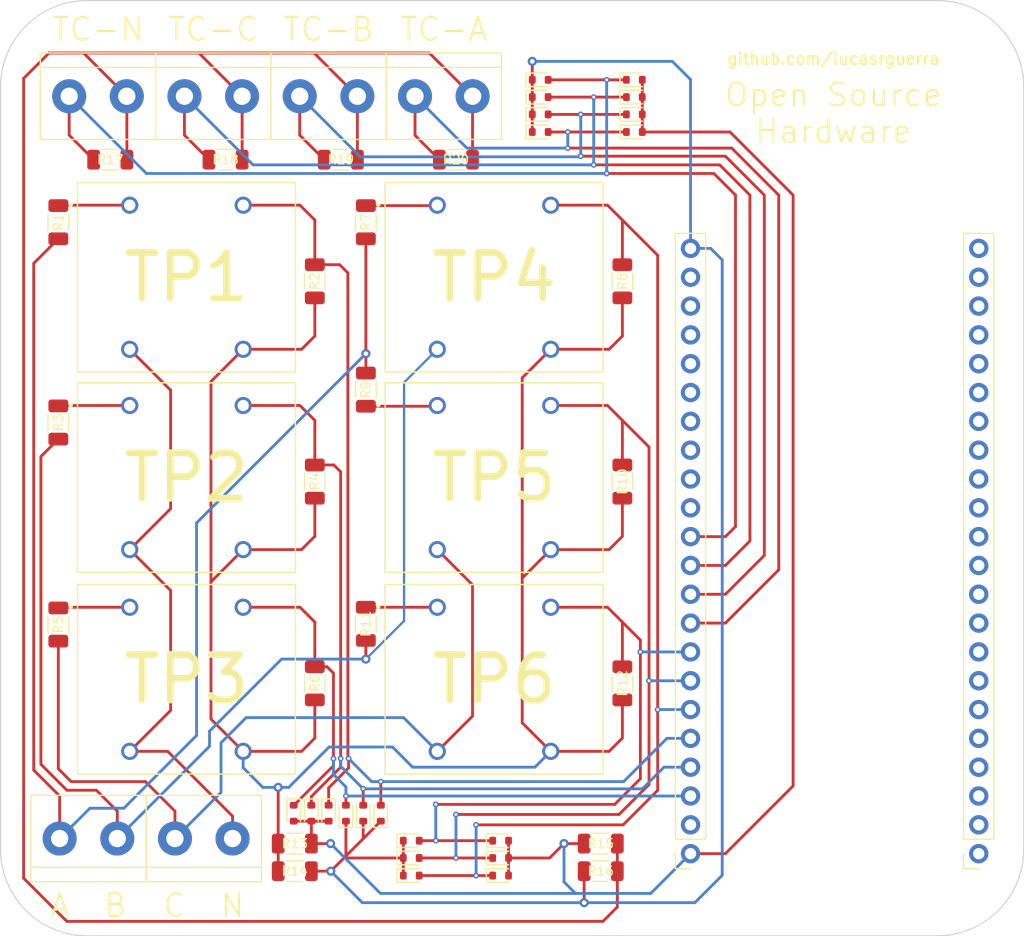
<source format=kicad_pcb>
(kicad_pcb (version 20221018) (generator pcbnew)
  (layers (0 "F.Cu" signal) (31 "B.Cu" signal) (34 "B.Paste" user) (35 "F.Paste" user) (36 "B.SilkS" user "B.Silkscreen") (37 "F.SilkS" user "F.Silkscreen") (38 "B.Mask" user) (39 "F.Mask" user) (44 "Edge.Cuts" user))
  (net 0 "")
  (net 1 "A_Voltage_Load")
  (net 2 "B_Voltage_Load")
  (net 3 "C_Voltage_Load")
  (net 4 "A_Voltage")
  (net 5 "B_Voltage")
  (net 6 "C_Voltage")
  (net 7 "N_Voltage")
  (net 8 "BC_Voltage_Load")
  (net 9 "AC_Voltage_Load")
  (net 10 "AB_Voltage_Load")
  (net 11 "A_Wave")
  (net 12 "B_Wave")
  (net 13 "C_Wave")
  (net 14 "V_Ref_Voltage")
  (net 15 "VCC")
  (net 16 "GND")
  (net 17 "V_Ref_Current")
  (net 18 "AB_Wave")
  (net 19 "AC_Wave")
  (net 20 "BC_Wave")
  (net 21 "A_Current_Wave")
  (net 22 "C_Current_Wave")
  (net 23 "B_Current_Wave")
  (net 24 "N_Current_Wave")
  (footprint "Diode_SMD:D_SOD-523" (layer "F.Cu") (at 107.9246 60.4774)
    (fp_text reference "DZ17" hide)
    (fp_text value "D_SOD-523" hide)
  )
  (footprint "Diode_SMD:D_SOD-523" (layer "F.Cu") (at 82.506 120.513 90)
    (fp_text reference "DZ4" hide)
    (fp_text value "D_SOD-523" hide)
  )
  (footprint "TerminalBlock:TerminalBlock_bornier-2_P5.08mm" (layer "F.Cu") (at 63.1952 57.3278 180)
    (fp_text reference "ST6" hide)
    (fp_text value "WJ127-5.0-2P" hide)
  )
  (footprint "Connector_PinSocket_2.54mm:PinSocket_1x22_P2.54mm_Vertical" (layer "F.Cu") (at 138.2776 124.079 180)
    (fp_text reference "ESP32-S3_BACK1" hide)
    (fp_text value "Conn_01x22_Socket" hide)
  )
  (footprint "Diode_SMD:D_SOD-523" (layer "F.Cu") (at 99.63 57.404)
    (fp_text reference "DZ15" hide)
    (fp_text value "D_SOD-523" hide)
  )
  (footprint "Diode_SMD:D_SOD-523" (layer "F.Cu") (at 96.139 122.936)
    (fp_text reference "DZ10" hide)
    (fp_text value "D_SOD-523" hide)
  )
  (footprint "SnapEDA Library:XFMR_ZMPT101B" (layer "F.Cu") (at 68.453 73.279)
    (fp_text reference "TP1")
    (fp_text value "ZMPT101B" hide)
  )
  (footprint "Resistor_SMD:R_1206_3216Metric" (layer "F.Cu") (at 92.202 62.9158 180)
    (fp_text reference "R20")
    (fp_text value "R_1206 ±0.1%" hide)
  )
  (footprint "TerminalBlock:TerminalBlock_bornier-2_P5.08mm" (layer "F.Cu") (at 83.5152 57.3278 180)
    (fp_text reference "ST4" hide)
    (fp_text value "WJ127-5.0-2P" hide)
  )
  (footprint "SnapEDA Library:XFMR_ZMPT101B" (layer "F.Cu") (at 95.5582 108.712)
    (fp_text reference "TP6")
    (fp_text value "ZMPT101B" hide)
  )
  (footprint "SnapEDA Library:XFMR_ZMPT101B" (layer "F.Cu") (at 95.5582 90.932)
    (fp_text reference "TP5")
    (fp_text value "ZMPT101B" hide)
  )
  (footprint "Resistor_SMD:R_1206_3216Metric" (layer "F.Cu") (at 79.7653 91.2876 90)
    (fp_text reference "R4")
    (fp_text value "R_1206 ±0.1%" hide)
  )
  (footprint "Diode_SMD:D_SOD-523" (layer "F.Cu") (at 96.139 124.46)
    (fp_text reference "DZ11" hide)
    (fp_text value "D_SOD-523" hide)
  )
  (footprint "Resistor_SMD:R_1206_3216Metric" (layer "F.Cu") (at 84.2645 103.8245 -90)
    (fp_text reference "R11")
    (fp_text value "R_1206 ±0.1%" hide)
  )
  (footprint "Resistor_SMD:R_1206_3216Metric" (layer "F.Cu") (at 61.7367 62.9158)
    (fp_text reference "R17")
    (fp_text value "R_1206 ±0.1%" hide)
  )
  (footprint "Diode_SMD:D_SOD-523" (layer "F.Cu") (at 107.9246 55.88)
    (fp_text reference "DZ20" hide)
    (fp_text value "D_SOD-523" hide)
  )
  (footprint "Diode_SMD:D_SOD-523" (layer "F.Cu") (at 88.265 122.936)
    (fp_text reference "DZ7" hide)
    (fp_text value "D_SOD-523" hide)
  )
  (footprint "Resistor_SMD:R_1206_3216Metric" (layer "F.Cu") (at 78 125.6202 180)
    (fp_text reference "R14")
    (fp_text value "R_1206 ±0.1%" hide)
  )
  (footprint "Diode_SMD:D_SOD-523" (layer "F.Cu") (at 99.63 55.88)
    (fp_text reference "DZ15" hide)
    (fp_text value "D_SOD-523" hide)
  )
  (footprint "Resistor_SMD:R_1206_3216Metric" (layer "F.Cu") (at 84.2645 68.4276 -90)
    (fp_text reference "R7")
    (fp_text value "R_1206 ±0.1%" hide)
  )
  (footprint "Resistor_SMD:R_1206_3216Metric" (layer "F.Cu") (at 82.0567 62.9158 180)
    (fp_text reference "R19")
    (fp_text value "R_1206 ±0.1%" hide)
  )
  (footprint "Resistor_SMD:R_1206_3216Metric" (layer "F.Cu") (at 79.7653 73.6346 90)
    (fp_text reference "R2")
    (fp_text value "R_1206 ±0.1%" hide)
  )
  (footprint "Diode_SMD:D_SOD-523" (layer "F.Cu") (at 99.63 58.928)
    (fp_text reference "DZ14" hide)
    (fp_text value "D_SOD-523" hide)
  )
  (footprint "Diode_SMD:D_SOD-523" (layer "F.Cu") (at 79.458 120.513 -90)
    (fp_text reference "DZ1" hide)
    (fp_text value "D_SOD-523" hide)
  )
  (footprint "Resistor_SMD:R_1206_3216Metric" (layer "F.Cu") (at 104.9635 125.6202)
    (fp_text reference "R16")
    (fp_text value "R_1206 ±0.1%" hide)
  )
  (footprint "Diode_SMD:D_SOD-523" (layer "F.Cu") (at 80.982 120.513 -90)
    (fp_text reference "DZ3" hide)
    (fp_text value "D_SOD-523" hide)
  )
  (footprint "Resistor_SMD:R_1206_3216Metric" (layer "F.Cu") (at 106.8705 109.0676 90)
    (fp_text reference "R12")
    (fp_text value "R_1206 ±0.1%" hide)
  )
  (footprint "Resistor_SMD:R_1206_3216Metric" (layer "F.Cu") (at 104.9635 123.19)
    (fp_text reference "R15")
    (fp_text value "R_1206 ±0.1%" hide)
  )
  (footprint "Diode_SMD:D_SOD-523" (layer "F.Cu") (at 77.9086 120.513 -90)
    (fp_text reference "DZ1" hide)
    (fp_text value "D_SOD-523" hide)
  )
  (footprint "Resistor_SMD:R_1206_3216Metric" (layer "F.Cu") (at 57.1593 68.4276 -90)
    (fp_text reference "R1")
    (fp_text value "R_1206 ±0.1%" hide)
  )
  (footprint "Diode_SMD:D_SOD-523" (layer "F.Cu") (at 88.265 126.0094)
    (fp_text reference "DZ9" hide)
    (fp_text value "D_SOD-523" hide)
  )
  (footprint "Diode_SMD:D_SOD-523" (layer "F.Cu") (at 85.5794 120.513 90)
    (fp_text reference "DZ6" hide)
    (fp_text value "D_SOD-523" hide)
  )
  (footprint "Resistor_SMD:R_1206_3216Metric" (layer "F.Cu") (at 106.8705 73.6346 90)
    (fp_text reference "R8")
    (fp_text value "R_1206 ±0.1%" hide)
  )
  (footprint "Resistor_SMD:R_1206_3216Metric" (layer "F.Cu") (at 79.7653 109.0676 90)
    (fp_text reference "R6")
    (fp_text value "R_1206 ±0.1%" hide)
  )
  (footprint "Resistor_SMD:R_1206_3216Metric" (layer "F.Cu") (at 57.1593 86.0806 -90)
    (fp_text reference "R3")
    (fp_text value "R_1206 ±0.1%" hide)
  )
  (footprint "Resistor_SMD:R_1206_3216Metric" (layer "F.Cu") (at 71.8967 62.9158 180)
    (fp_text reference "R18")
    (fp_text value "R_1206 ±0.1%" hide)
  )
  (footprint "TerminalBlock:TerminalBlock_bornier-2_P5.08mm" (layer "F.Cu") (at 73.3552 57.3278 180)
    (fp_text reference "ST5" hide)
    (fp_text value "WJ127-5.0-2P" hide)
  )
  (footprint "TerminalBlock:TerminalBlock_bornier-2_P5.08mm" (layer "F.Cu") (at 93.6752 57.3278 180)
    (fp_text reference "ST3" hide)
    (fp_text value "WJ127-5.0-2P" hide)
  )
  (footprint "TerminalBlock:TerminalBlock_bornier-2_P5.08mm" (layer "F.Cu") (at 57.277 122.7455)
    (fp_text reference "ST1" hide)
    (fp_text value "WJ127-5.0-2P" hide)
  )
  (footprint "Diode_SMD:D_SOD-523" (layer "F.Cu") (at 107.9246 57.404)
    (fp_text reference "DZ19" hide)
    (fp_text value "D_SOD-523" hide)
  )
  (footprint "Connector_PinSocket_2.54mm:PinSocket_1x22_P2.54mm_Vertical" (layer "F.Cu") (at 112.8776 124.079 180)
    (fp_text reference "ESP32-S3_FRONT1" hide)
    (fp_text value "Conn_01x22_Socket" hide)
  )
  (footprint "Resistor_SMD:R_1206_3216Metric" (layer "F.Cu") (at 57.1593 103.886 90)
    (fp_text reference "R5")
    (fp_text value "R_1206 ±0.1%" hide)
  )
  (footprint "Diode_SMD:D_SOD-523" (layer "F.Cu") (at 88.265 124.46)
    (fp_text reference "DZ8" hide)
    (fp_text value "D_SOD-523" hide)
  )
  (footprint "Resistor_SMD:R_1206_3216Metric" (layer "F.Cu") (at 106.8705 91.2876 90)
    (fp_text reference "R10")
    (fp_text value "R_1206 ±0.1%" hide)
  )
  (footprint "Diode_SMD:D_SOD-523" (layer "F.Cu") (at 84.03 120.513 90)
    (fp_text reference "DZ5" hide)
    (fp_text value "D_SOD-523" hide)
  )
  (footprint "Resistor_SMD:R_1206_3216Metric" (layer "F.Cu") (at 84.2645 83.185 -90)
    (fp_text reference "R9")
    (fp_text value "R_1206 ±0.1%" hide)
  )
  (footprint "SnapEDA Library:XFMR_ZMPT101B" (layer "F.Cu") (at 95.5582 73.279)
    (fp_text reference "TP4")
    (fp_text value "ZMPT101B" hide)
  )
  (footprint "Diode_SMD:D_SOD-523" (layer "F.Cu") (at 96.139 126.0094)
    (fp_text reference "DZ12" hide)
    (fp_text value "D_SOD-523" hide)
  )
  (footprint "Resistor_SMD:R_1206_3216Metric" (layer "F.Cu") (at 78 123.19 180)
    (fp_text reference "R13")
    (fp_text value "R_1206 ±0.1%" hide)
  )
  (footprint "Diode_SMD:D_SOD-523" (layer "F.Cu") (at 99.63 60.4774)
    (fp_text reference "DZ13" hide)
    (fp_text value "D_SOD-523" hide)
  )
  (footprint "SnapEDA Library:XFMR_ZMPT101B" (layer "F.Cu") (at 68.453 108.712)
    (fp_text reference "TP3")
    (fp_text value "ZMPT101B" hide)
  )
  (footprint "TerminalBlock:TerminalBlock_bornier-2_P5.08mm" (layer "F.Cu") (at 67.437 122.7455)
    (fp_text reference "ST2" hide)
    (fp_text value "WJ127-5.0-2P" hide)
  )
  (footprint "Diode_SMD:D_SOD-523" (layer "F.Cu") (at 107.9246 58.928)
    (fp_text reference "DZ18" hide)
    (fp_text value "D_SOD-523" hide)
  )
  (footprint "SnapEDA Library:XFMR_ZMPT101B" (layer "F.Cu") (at 68.453 90.932)
    (fp_text reference "TP2")
    (fp_text value "ZMPT101B" hide)
  )
  (gr_arc (start 59.69 131.318) (mid 54.301846 129.086154) (end 52.07 123.698) (stroke (width 0.1)) (layer "Edge.Cuts"))
  (gr_line (start 52.07 56.515) (end 52.07 123.698) (stroke (width 0.1)) (layer "Edge.Cuts"))
  (gr_line (start 142.239999 56.515001) (end 142.239999 123.697998) (stroke (width 0.1)) (layer "Edge.Cuts"))
  (gr_arc (start 142.239999 123.697999) (mid 140.008153 129.086153) (end 134.619999 131.317999) (stroke (width 0.1)) (layer "Edge.Cuts"))
  (gr_arc (start 134.619999 48.895001) (mid 140.008153 51.126847) (end 142.239999 56.515001) (stroke (width 0.1)) (layer "Edge.Cuts"))
  (gr_arc (start 52.07 56.515) (mid 54.301846 51.126846) (end 59.69 48.895) (stroke (width 0.1)) (layer "Edge.Cuts"))
  (gr_line (start 59.69 131.318) (end 134.619999 131.317999) (stroke (width 0.1)) (layer "Edge.Cuts"))
  (gr_line (start 59.69 48.895) (end 134.619999 48.895001) (stroke (width 0.1)) (layer "Edge.Cuts"))
  (gr_text "Open Source\nHardware" (at 125.476 61.595) (layer "F.SilkS") (effects (font (size 2 2) (thickness 0.2)) (justify bottom)))
  (gr_text "github.com/lucasrguerra" (at 125.476 54.61) (layer "F.SilkS") (effects (font (size 1 1) (thickness 0.2) bold) (justify bottom)))
  (segment (start 63.453 66.929) (end 57.1954 66.929) (width 0.25) (layer "F.Cu") (net 1))
  (segment (start 57.1954 66.929) (end 57.1593 66.9651) (width 0.25) (layer "F.Cu") (net 1))
  (segment (start 57.1954 84.582) (end 57.1593 84.6181) (width 0.25) (layer "F.Cu") (net 2))
  (segment (start 63.453 84.582) (end 57.1954 84.582) (width 0.25) (layer "F.Cu") (net 2))
  (segment (start 57.2208 102.362) (end 57.1593 102.4235) (width 0.25) (layer "F.Cu") (net 3))
  (segment (start 63.453 102.362) (end 57.2208 102.362) (width 0.25) (layer "F.Cu") (net 3))
  (segment (start 84.2645 80.01) (end 84.2645 69.8901) (width 0.25) (layer "F.Cu") (net 4))
  (segment (start 57.277 122.7455) (end 57.277 118.999) (width 0.25) (layer "F.Cu") (net 4))
  (segment (start 54.991 116.713) (end 54.991 72.0584) (width 0.25) (layer "F.Cu") (net 4))
  (segment (start 84.2645 80.01) (end 84.2645 81.7225) (width 0.25) (layer "F.Cu") (net 4))
  (segment (start 54.991 72.0584) (end 57.1593 69.8901) (width 0.25) (layer "F.Cu") (net 4))
  (segment (start 57.277 118.999) (end 54.991 116.713) (width 0.25) (layer "F.Cu") (net 4))
  (via (at 84.2645 80.01) (size 0.8) (drill 0.4) (layers "F.Cu" "B.Cu") (net 4))
  (segment (start 62.9285 120.0785) (end 69.342 113.665) (width 0.25) (layer "B.Cu") (net 4))
  (segment (start 69.342 113.665) (end 69.342 94.9325) (width 0.25) (layer "B.Cu") (net 4))
  (segment (start 57.277 122.7455) (end 59.944 120.0785) (width 0.25) (layer "B.Cu") (net 4))
  (segment (start 69.342 94.9325) (end 84.2645 80.01) (width 0.25) (layer "B.Cu") (net 4))
  (segment (start 59.944 120.0785) (end 62.9285 120.0785) (width 0.25) (layer "B.Cu") (net 4))
  (segment (start 62.357 120.3325) (end 60.5155 118.491) (width 0.25) (layer "F.Cu") (net 5))
  (segment (start 55.626 89.0764) (end 57.1593 87.5431) (width 0.25) (layer "F.Cu") (net 5))
  (segment (start 62.357 122.7455) (end 62.357 120.3325) (width 0.25) (layer "F.Cu") (net 5))
  (segment (start 84.2645 106.934) (end 84.2645 105.287) (width 0.25) (layer "F.Cu") (net 5))
  (segment (start 57.912 118.491) (end 55.626 116.205) (width 0.25) (layer "F.Cu") (net 5))
  (segment (start 55.626 116.205) (end 55.626 89.0764) (width 0.25) (layer "F.Cu") (net 5))
  (segment (start 60.5155 118.491) (end 57.912 118.491) (width 0.25) (layer "F.Cu") (net 5))
  (via (at 84.2645 106.934) (size 0.8) (drill 0.4) (layers "F.Cu" "B.Cu") (net 5))
  (segment (start 70.485 114.6175) (end 70.485 113.284) (width 0.25) (layer "B.Cu") (net 5))
  (segment (start 62.357 122.7455) (end 70.485 114.6175) (width 0.25) (layer "B.Cu") (net 5))
  (segment (start 76.835 106.934) (end 84.2645 106.934) (width 0.25) (layer "B.Cu") (net 5))
  (segment (start 70.485 113.284) (end 76.835 106.934) (width 0.25) (layer "B.Cu") (net 5))
  (segment (start 90.5582 79.629) (end 87.63 82.5572) (width 0.2) (layer "B.Cu") (net 5))
  (segment (start 87.63 82.5572) (end 87.63 103.5685) (width 0.2) (layer "B.Cu") (net 5))
  (segment (start 87.63 103.5685) (end 84.2645 106.934) (width 0.2) (layer "B.Cu") (net 5))
  (segment (start 67.437 122.7455) (end 67.437 120.3325) (width 0.25) (layer "F.Cu") (net 6))
  (segment (start 67.437 120.3325) (end 64.8335 117.729) (width 0.25) (layer "F.Cu") (net 6))
  (segment (start 58.293 117.729) (end 57.1593 116.5953) (width 0.25) (layer "F.Cu") (net 6))
  (segment (start 57.1593 116.5953) (end 57.1593 105.3485) (width 0.25) (layer "F.Cu") (net 6))
  (segment (start 90.5582 115.062) (end 93.6625 111.9577) (width 0.25) (layer "F.Cu") (net 6))
  (segment (start 64.008 117.729) (end 58.293 117.729) (width 0.25) (layer "F.Cu") (net 6))
  (segment (start 93.6625 111.9577) (end 93.6625 100.3863) (width 0.25) (layer "F.Cu") (net 6))
  (segment (start 64.8335 117.729) (end 64.008 117.729) (width 0.25) (layer "F.Cu") (net 6))
  (segment (start 93.6625 100.3863) (end 90.5582 97.282) (width 0.25) (layer "F.Cu") (net 6))
  (segment (start 67.437 122.7455) (end 71.501 118.6815) (width 0.25) (layer "B.Cu") (net 6))
  (segment (start 71.501 114.3) (end 73.7108 112.0902) (width 0.25) (layer "B.Cu") (net 6))
  (segment (start 71.501 118.6815) (end 71.501 114.3) (width 0.25) (layer "B.Cu") (net 6))
  (segment (start 73.7108 112.0902) (end 87.5864 112.0902) (width 0.25) (layer "B.Cu") (net 6))
  (segment (start 87.5864 112.0902) (end 90.5582 115.062) (width 0.25) (layer "B.Cu") (net 6))
  (segment (start 63.453 115.062) (end 67.056 111.459) (width 0.25) (layer "F.Cu") (net 7))
  (segment (start 67.056 93.679) (end 67.056 83.232) (width 0.25) (layer "F.Cu") (net 7))
  (segment (start 67.056 83.232) (end 63.453 79.629) (width 0.25) (layer "F.Cu") (net 7))
  (segment (start 63.453 97.282) (end 67.056 93.679) (width 0.25) (layer "F.Cu") (net 7))
  (segment (start 66.802 115.062) (end 63.453 115.062) (width 0.25) (layer "F.Cu") (net 7))
  (segment (start 67.056 111.459) (end 67.056 100.885) (width 0.25) (layer "F.Cu") (net 7))
  (segment (start 72.517 122.7455) (end 72.517 120.777) (width 0.25) (layer "F.Cu") (net 7))
  (segment (start 72.517 120.777) (end 66.802 115.062) (width 0.25) (layer "F.Cu") (net 7))
  (segment (start 67.056 100.885) (end 63.453 97.282) (width 0.25) (layer "F.Cu") (net 7))
  (segment (start 90.5582 102.362) (end 84.201 102.362) (width 0.25) (layer "F.Cu") (net 8))
  (segment (start 90.5582 84.582) (end 90.4927 84.6475) (width 0.25) (layer "F.Cu") (net 9))
  (segment (start 90.4927 84.6475) (end 84.2645 84.6475) (width 0.25) (layer "F.Cu") (net 9))
  (segment (start 90.5221 66.9651) (end 90.5582 66.929) (width 0.25) (layer "F.Cu") (net 10))
  (segment (start 84.2645 66.9651) (end 90.5221 66.9651) (width 0.25) (layer "F.Cu") (net 10))
  (segment (start 84.3006 66.929) (end 84.2645 66.9651) (width 0.25) (layer "F.Cu") (net 10))
  (segment (start 82.677 72.898) (end 81.9511 72.1721) (width 0.25) (layer "F.Cu") (net 11))
  (segment (start 78.4572 66.929) (end 79.7653 68.2371) (width 0.25) (layer "F.Cu") (net 11))
  (segment (start 85.5794 119.813) (end 85.5794 117.729) (width 0.25) (layer "F.Cu") (net 11))
  (segment (start 82.742003 115.697) (end 82.677 115.631997) (width 0.25) (layer "F.Cu") (net 11))
  (segment (start 80.982 118.281) (end 80.982 119.813) (width 0.25) (layer "F.Cu") (net 11))
  (segment (start 82.742003 116.520997) (end 80.982 118.281) (width 0.25) (layer "F.Cu") (net 11))
  (segment (start 81.9511 72.1721) (end 79.7653 72.1721) (width 0.25) (layer "F.Cu") (net 11))
  (segment (start 73.453 66.929) (end 78.4572 66.929) (width 0.25) (layer "F.Cu") (net 11))
  (segment (start 82.742003 115.697) (end 82.742003 116.520997) (width 0.25) (layer "F.Cu") (net 11))
  (segment (start 79.7653 68.2371) (end 79.7653 72.1721) (width 0.25) (layer "F.Cu") (net 11))
  (segment (start 82.677 115.631997) (end 82.677 72.898) (width 0.25) (layer "F.Cu") (net 11))
  (via (at 82.742003 115.697) (size 0.5) (drill 0.25) (layers "F.Cu" "B.Cu") (net 11))
  (via (at 85.5794 117.729) (size 0.5) (drill 0.25) (layers "F.Cu" "B.Cu") (net 11))
  (segment (start 84.774003 117.729) (end 85.5794 117.729) (width 0.25) (layer "B.Cu") (net 11))
  (segment (start 106.9848 117.729) (end 110.7948 113.919) (width 0.25) (layer "B.Cu") (net 11))
  (segment (start 110.7948 113.919) (end 112.8776 113.919) (width 0.25) (layer "B.Cu") (net 11))
  (segment (start 82.742003 115.697) (end 84.774003 117.729) (width 0.25) (layer "B.Cu") (net 11))
  (segment (start 85.5794 117.729) (end 106.9848 117.729) (width 0.25) (layer "B.Cu") (net 11))
  (segment (start 82.042 115.697) (end 82.042 90.424) (width 0.25) (layer "F.Cu") (net 12))
  (segment (start 79.7653 85.8901) (end 79.7653 89.8251) (width 0.25) (layer "F.Cu") (net 12))
  (segment (start 79.458 119.813) (end 79.458 119.043) (width 0.25) (layer "F.Cu") (net 12))
  (segment (start 81.4431 89.8251) (end 79.7653 89.8251) (width 0.25) (layer "F.Cu") (net 12))
  (segment (start 82.042 116.459) (end 82.042 115.697) (width 0.25) (layer "F.Cu") (net 12))
  (segment (start 79.458 119.043) (end 82.042 116.459) (width 0.25) (layer "F.Cu") (net 12))
  (segment (start 78.4572 84.582) (end 79.7653 85.8901) (width 0.25) (layer "F.Cu") (net 12))
  (segment (start 84.03 119.813) (end 84.03 118.364) (width 0.25) (layer "F.Cu") (net 12))
  (segment (start 73.453 84.582) (end 78.4572 84.582) (width 0.25) (layer "F.Cu") (net 12))
  (segment (start 82.042 90.424) (end 81.4431 89.8251) (width 0.25) (layer "F.Cu") (net 12))
  (via (at 84.03 118.364) (size 0.5) (drill 0.25) (layers "F.Cu" "B.Cu") (net 12))
  (via (at 82.042 115.697) (size 0.5) (drill 0.25) (layers "F.Cu" "B.Cu") (net 12))
  (segment (start 84.03 118.364) (end 108.6358 118.364) (width 0.25) (layer "B.Cu") (net 12))
  (segment (start 84.03 118.364) (end 82.042 116.376) (width 0.25) (layer "B.Cu") (net 12))
  (segment (start 110.5408 116.459) (end 112.8776 116.459) (width 0.25) (layer "B.Cu") (net 12))
  (segment (start 82.042 116.376) (end 82.042 115.697) (width 0.25) (layer "B.Cu") (net 12))
  (segment (start 108.6358 118.364) (end 110.5408 116.459) (width 0.25) (layer "B.Cu") (net 12))
  (segment (start 73.453 102.362) (end 78.4572 102.362) (width 0.25) (layer "F.Cu") (net 13))
  (segment (start 81.407 108.1679) (end 80.8442 107.6051) (width 0.25) (layer "F.Cu") (net 13))
  (segment (start 77.9086 119.813) (end 77.923208 119.813) (width 0.25) (layer "F.Cu") (net 13))
  (segment (start 81.407 116.329208) (end 81.407 115.697) (width 0.25) (layer "F.Cu") (net 13))
  (segment (start 78.4572 102.362) (end 79.7653 103.6701) (width 0.25) (layer "F.Cu") (net 13))
  (segment (start 80.8442 107.6051) (end 79.7653 107.6051) (width 0.25) (layer "F.Cu") (net 13))
  (segment (start 79.7653 103.6701) (end 79.7653 107.6051) (width 0.25) (layer "F.Cu") (net 13))
  (segment (start 81.407 115.697) (end 81.407 108.1679) (width 0.25) (layer "F.Cu") (net 13))
  (segment (start 77.923208 119.813) (end 81.407 116.329208) (width 0.25) (layer "F.Cu") (net 13))
  (segment (start 82.506 119.813) (end 82.506 118.999) (width 0.25) (layer "F.Cu") (net 13))
  (via (at 81.407 115.697) (size 0.5) (drill 0.25) (layers "F.Cu" "B.Cu") (net 13))
  (via (at 82.506 118.999) (size 0.5) (drill 0.25) (layers "F.Cu" "B.Cu") (net 13))
  (segment (start 82.506 118.999) (end 82.506 118.745) (width 0.25) (layer "B.Cu") (net 13))
  (segment (start 82.506 118.999) (end 82.506 118.193) (width 0.25) (layer "B.Cu") (net 13))
  (segment (start 82.506 118.193) (end 81.407 117.094) (width 0.25) (layer "B.Cu") (net 13))
  (segment (start 81.407 117.094) (end 81.407 115.697) (width 0.25) (layer "B.Cu") (net 13))
  (segment (start 82.506 118.999) (end 112.8776 118.999) (width 0.25) (layer "B.Cu") (net 13))
  (segment (start 105.7021 97.282) (end 106.8705 96.1136) (width 0.25) (layer "F.Cu") (net 14))
  (segment (start 73.453 79.629) (end 78.5969 79.629) (width 0.25) (layer "F.Cu") (net 14))
  (segment (start 78.5969 115.062) (end 79.7653 113.8936) (width 0.25) (layer "F.Cu") (net 14))
  (segment (start 79.7653 113.8936) (end 79.7653 110.5301) (width 0.25) (layer "F.Cu") (net 14))
  (segment (start 98.044 99.7962) (end 100.5582 97.282) (width 0.25) (layer "F.Cu") (net 14))
  (segment (start 73.453 97.282) (end 78.5969 97.282) (width 0.25) (layer "F.Cu") (net 14))
  (segment (start 100.5582 115.062) (end 98.044 112.5478) (width 0.25) (layer "F.Cu") (net 14))
  (segment (start 100.5582 97.282) (end 105.7021 97.282) (width 0.25) (layer "F.Cu") (net 14))
  (segment (start 100.5582 79.629) (end 98.044 82.1432) (width 0.25) (layer "F.Cu") (net 14))
  (segment (start 70.612 100.123) (end 70.612 82.47) (width 0.25) (layer "F.Cu") (net 14))
  (segment (start 76.5375 123.19) (end 76.5375 125.6202) (width 0.25) (layer "F.Cu") (net 14))
  (segment (start 79.7653 96.1136) (end 79.7653 92.7501) (width 0.25) (layer "F.Cu") (net 14))
  (segment (start 105.7021 79.629) (end 106.8705 78.4606) (width 0.25) (layer "F.Cu") (net 14))
  (segment (start 76.5262 125.6095) (end 76.5155 125.6202) (width 0.25) (layer "F.Cu") (net 14))
  (segment (start 100.5582 79.629) (end 105.7021 79.629) (width 0.25) (layer "F.Cu") (net 14))
  (segment (start 100.5582 115.062) (end 105.7021 115.062) (width 0.25) (layer "F.Cu") (net 14))
  (segment (start 106.8705 78.4606) (end 106.8705 75.0971) (width 0.25) (layer "F.Cu") (net 14))
  (segment (start 106.8705 113.8936) (end 106.8705 110.5301) (width 0.25) (layer "F.Cu") (net 14))
  (segment (start 79.7653 78.4606) (end 79.7653 75.0971) (width 0.25) (layer "F.Cu") (net 14))
  (segment (start 73.453 115.062) (end 78.5969 115.062) (width 0.25) (layer "F.Cu") (net 14))
  (segment (start 98.044 112.5478) (end 98.044 94.7678) (width 0.25) (layer "F.Cu") (net 14))
  (segment (start 106.8705 96.1136) (end 106.8705 92.7501) (width 0.25) (layer "F.Cu") (net 14))
  (segment (start 105.7021 115.062) (end 106.8705 113.8936) (width 0.25) (layer "F.Cu") (net 14))
  (segment (start 73.453 115.062) (end 70.612 112.221) (width 0.25) (layer "F.Cu") (net 14))
  (segment (start 70.612 100.123) (end 73.453 97.282) (width 0.25) (layer "F.Cu") (net 14))
  (segment (start 70.612 82.47) (end 73.453 79.629) (width 0.25) (layer "F.Cu") (net 14))
  (segment (start 70.612 112.221) (end 70.612 100.123) (width 0.25) (layer "F.Cu") (net 14))
  (segment (start 78.5969 79.629) (end 79.7653 78.4606) (width 0.25) (layer "F.Cu") (net 14))
  (segment (start 78.5969 97.282) (end 79.7653 96.1136) (width 0.25) (layer "F.Cu") (net 14))
  (segment (start 76.5375 118.237) (end 76.5375 123.19) (width 0.25) (layer "F.Cu") (net 14))
  (segment (start 98.044 82.1432) (end 98.044 94.7678) (width 0.25) (layer "F.Cu") (net 14))
  (via (at 76.5375 118.237) (size 0.8) (drill 0.4) (layers "F.Cu" "B.Cu") (net 14))
  (segment (start 73.453 115.062) (end 73.453 116.506) (width 0.25) (layer "B.Cu") (net 14))
  (segment (start 75.184 118.237) (end 76.5375 118.237) (width 0.25) (layer "B.Cu") (net 14))
  (segment (start 86.614 114.681) (end 88.392 116.459) (width 0.25) (layer "B.Cu") (net 14))
  (segment (start 81.026 114.681) (end 86.614 114.681) (width 0.25) (layer "B.Cu") (net 14))
  (segment (start 99.1612 116.459) (end 100.5582 115.062) (width 0.25) (layer "B.Cu") (net 14))
  (segment (start 88.392 116.459) (end 99.1612 116.459) (width 0.25) (layer "B.Cu") (net 14))
  (segment (start 76.5375 118.237) (end 77.47 118.237) (width 0.25) (layer "B.Cu") (net 14))
  (segment (start 73.453 116.506) (end 75.184 118.237) (width 0.25) (layer "B.Cu") (net 14))
  (segment (start 77.47 118.237) (end 81.026 114.681) (width 0.25) (layer "B.Cu") (net 14))
  (segment (start 103.501 128.393) (end 103.501 125.6202) (width 0.25) (layer "F.Cu") (net 15))
  (segment (start 103.505 128.397) (end 103.501 128.393) (width 0.25) (layer "F.Cu") (net 15))
  (segment (start 98.93 60.4774) (end 98.93 58.928) (width 0.25) (layer "F.Cu") (net 15))
  (segment (start 85.5794 121.213) (end 84.03 122.7624) (width 0.25) (layer "F.Cu") (net 15))
  (segment (start 82.5047 124.2877) (end 84.03 122.7624) (width 0.25) (layer "F.Cu") (net 15))
  (segment (start 81.1722 125.6202) (end 82.5047 124.2877) (width 0.25) (layer "F.Cu") (net 15))
  (segment (start 82.3324 124.46) (end 87.565 124.46) (width 0.25) (layer "F.Cu") (net 15))
  (segment (start 79.4625 125.6202) (end 81.1722 125.6202) (width 0.25) (layer "F.Cu") (net 15))
  (segment (start 98.93 55.88) (end 98.93 57.404) (width 0.25) (layer "F.Cu") (net 15))
  (segment (start 87.565 126.0094) (end 87.565 124.46) (width 0.25) (layer "F.Cu") (net 15))
  (segment (start 82.506 121.213) (end 82.506 124.2864) (width 0.25) (layer "F.Cu") (net 15))
  (segment (start 82.506 124.2864) (end 82.5047 124.2877) (width 0.25) (layer "F.Cu") (net 15))
  (segment (start 87.565 124.46) (end 87.565 122.936) (width 0.25) (layer "F.Cu") (net 15))
  (segment (start 98.93 57.404) (end 98.93 58.928) (width 0.25) (layer "F.Cu") (net 15))
  (segment (start 98.93 54.2544) (end 98.93 55.88) (width 0.25) (layer "F.Cu") (net 15))
  (segment (start 84.03 121.213) (end 84.03 122.7624) (width 0.25) (layer "F.Cu") (net 15))
  (via (at 98.93 54.2544) (size 0.8) (drill 0.4) (layers "F.Cu" "B.Cu") (net 15))
  (via (at 81.1722 125.6202) (size 0.8) (drill 0.4) (layers "F.Cu" "B.Cu") (net 15))
  (via (at 103.505 128.397) (size 0.8) (drill 0.4) (layers "F.Cu" "B.Cu") (net 15))
  (segment (start 112.8776 70.739) (end 112.8776 55.8546) (width 0.25) (layer "B.Cu") (net 15))
  (segment (start 115.6716 125.984) (end 115.6716 125.857) (width 0.25) (layer "B.Cu") (net 15))
  (segment (start 83.949 128.397) (end 113.2586 128.397) (width 0.25) (layer "B.Cu") (net 15))
  (segment (start 115.6716 71.755) (end 114.6556 70.739) (width 0.25) (layer "B.Cu") (net 15))
  (segment (start 115.6716 125.857) (end 115.6716 71.755) (width 0.25) (layer "B.Cu") (net 15))
  (segment (start 111.2774 54.2544) (end 98.93 54.2544) (width 0.25) (layer "B.Cu") (net 15))
  (segment (start 114.6556 70.739) (end 112.8776 70.739) (width 0.25) (layer "B.Cu") (net 15))
  (segment (start 113.2586 128.397) (end 115.6716 125.984) (width 0.25) (layer "B.Cu") (net 15))
  (segment (start 112.8776 55.8546) (end 111.2774 54.2544) (width 0.25) (layer "B.Cu") (net 15))
  (segment (start 81.1722 125.6202) (end 83.949 128.397) (width 0.25) (layer "B.Cu") (net 15))
  (segment (start 116.3574 60.4774) (end 121.92 66.04) (width 0.25) (layer "F.Cu") (net 16))
  (segment (start 121.92 118.11) (end 115.951 124.079) (width 0.25) (layer "F.Cu") (net 16))
  (segment (start 96.839 124.46) (end 96.839 122.936) (width 0.25) (layer "F.Cu") (net 16))
  (segment (start 100.457 124.46) (end 96.839 124.46) (width 0.25) (layer "F.Cu") (net 16))
  (segment (start 108.6246 60.4774) (end 116.3574 60.4774) (width 0.25) (layer "F.Cu") (net 16))
  (segment (start 121.92 66.04) (end 121.92 118.11) (width 0.25) (layer "F.Cu") (net 16))
  (segment (start 108.6246 58.928) (end 108.6246 60.4774) (width 0.25) (layer "F.Cu") (net 16))
  (segment (start 79.4625 123.19) (end 81.153 123.19) (width 0.25) (layer "F.Cu") (net 16))
  (segment (start 101.727 123.19) (end 103.501 123.19) (width 0.25) (layer "F.Cu") (net 16))
  (segment (start 79.4625 121.2175) (end 79.458 121.213) (width 0.25) (layer "F.Cu") (net 16))
  (segment (start 108.6246 57.404) (end 108.6246 55.88) (width 0.25) (layer "F.Cu") (net 16))
  (segment (start 108.6246 58.928) (end 108.6246 57.404) (width 0.25) (layer "F.Cu") (net 16))
  (segment (start 79.458 121.213) (end 77.9086 121.213) (width 0.25) (layer "F.Cu") (net 16))
  (segment (start 79.4625 123.19) (end 79.4625 121.2175) (width 0.25) (layer "F.Cu") (net 16))
  (segment (start 96.839 124.46) (end 96.839 126.0094) (width 0.25) (layer "F.Cu") (net 16))
  (segment (start 115.951 124.079) (end 112.8776 124.079) (width 0.25) (layer "F.Cu") (net 16))
  (segment (start 79.458 121.213) (end 80.982 121.213) (width 0.25) (layer "F.Cu") (net 16))
  (segment (start 101.727 123.19) (end 100.457 124.46) (width 0.25) (layer "F.Cu") (net 16))
  (via (at 101.727 123.19) (size 0.8) (drill 0.4) (layers "F.Cu" "B.Cu") (net 16))
  (via (at 81.153 123.19) (size 0.8) (drill 0.4) (layers "F.Cu" "B.Cu") (net 16))
  (segment (start 112.8776 124.079) (end 109.3724 127.5842) (width 0.25) (layer "B.Cu") (net 16))
  (segment (start 101.727 126.5682) (end 102.743 127.5842) (width 0.25) (layer "B.Cu") (net 16))
  (segment (start 85.5472 127.5842) (end 102.743 127.5842) (width 0.25) (layer "B.Cu") (net 16))
  (segment (start 101.727 123.19) (end 101.727 126.5682) (width 0.25) (layer "B.Cu") (net 16))
  (segment (start 81.153 123.19) (end 85.5472 127.5842) (width 0.25) (layer "B.Cu") (net 16))
  (segment (start 109.3724 127.5842) (end 102.743 127.5842) (width 0.25) (layer "B.Cu") (net 16))
  (segment (start 63.1992 57.3318) (end 63.1952 57.3278) (width 0.25) (layer "F.Cu") (net 17))
  (segment (start 106.426 125.6202) (end 106.426 128.778) (width 0.25) (layer "F.Cu") (net 17))
  (segment (start 106.426 123.19) (end 106.426 125.6202) (width 0.25) (layer "F.Cu") (net 17))
  (segment (start 73.3592 57.3318) (end 73.3552 57.3278) (width 0.25) (layer "F.Cu") (net 17))
  (segment (start 56.3372 53.5178) (end 59.3852 53.5178) (width 0.25) (layer "F.Cu") (net 17))
  (segment (start 83.5152 57.3278) (end 79.7052 53.5178) (width 0.25) (layer "F.Cu") (net 17))
  (segment (start 93.6645 57.3385) (end 93.6752 57.3278) (width 0.25) (layer "F.Cu") (net 17))
  (segment (start 105.156 130.048) (end 57.912 130.048) (width 0.25) (layer "F.Cu") (net 17))
  (segment (start 63.1952 57.3278) (end 59.3852 53.5178) (width 0.25) (layer "F.Cu") (net 17))
  (segment (start 57.912 130.048) (end 54.102 126.238) (width 0.25) (layer "F.Cu") (net 17))
  (segment (start 73.3592 62.9158) (end 73.3592 57.3318) (width 0.25) (layer "F.Cu") (net 17))
  (segment (start 93.6645 62.9158) (end 93.6645 57.3385) (width 0.25) (layer "F.Cu") (net 17))
  (segment (start 59.3852 53.5178) (end 69.5452 53.5178) (width 0.25) (layer "F.Cu") (net 17))
  (segment (start 54.102 55.753) (end 56.3372 53.5178) (width 0.25) (layer "F.Cu") (net 17))
  (segment (start 83.5152 57.3278) (end 83.5152 62.9118) (width 0.25) (layer "F.Cu") (net 17))
  (segment (start 73.3552 57.3278) (end 69.5452 53.5178) (width 0.25) (layer "F.Cu") (net 17))
  (segment (start 79.7052 53.5178) (end 89.8652 53.5178) (width 0.25) (layer "F.Cu") (net 17))
  (segment (start 54.102 126.238) (end 54.102 55.753) (width 0.25) (layer "F.Cu") (net 17))
  (segment (start 83.5152 62.9118) (end 83.5192 62.9158) (width 0.25) (layer "F.Cu") (net 17))
  (segment (start 69.5452 53.5178) (end 79.7052 53.5178) (width 0.25) (layer "F.Cu") (net 17))
  (segment (start 106.426 128.778) (end 105.156 130.048) (width 0.25) (layer "F.Cu") (net 17))
  (segment (start 89.8652 53.5178) (end 93.6752 57.3278) (width 0.25) (layer "F.Cu") (net 17))
  (segment (start 63.1992 62.9158) (end 63.1992 57.3318) (width 0.25) (layer "F.Cu") (net 17))
  (segment (start 88.965 126.0094) (end 93.98 126.0094) (width 0.25) (layer "F.Cu") (net 18))
  (segment (start 93.98 121.539) (end 106.934 121.539) (width 0.25) (layer "F.Cu") (net 18))
  (segment (start 106.8705 68.2371) (end 106.8705 72.1721) (width 0.25) (layer "F.Cu") (net 18))
  (segment (start 109.982 71.3486) (end 106.8705 68.2371) (width 0.25) (layer "F.Cu") (net 18))
  (segment (start 106.934 121.539) (end 109.982 118.491) (width 0.25) (layer "F.Cu") (net 18))
  (segment (start 95.439 126.0094) (end 93.98 126.0094) (width 0.25) (layer "F.Cu") (net 18))
  (segment (start 109.982 118.491) (end 109.982 71.3486) (width 0.25) (layer "F.Cu") (net 18))
  (segment (start 100.5582 66.929) (end 105.5624 66.929) (width 0.25) (layer "F.Cu") (net 18))
  (segment (start 105.5624 66.929) (end 106.8705 68.2371) (width 0.25) (layer "F.Cu") (net 18))
  (via (at 93.98 126.0094) (size 0.5) (drill 0.25) (layers "F.Cu" "B.Cu") (net 18))
  (via (at 93.98 121.539) (size 0.5) (drill 0.25) (layers "F.Cu" "B.Cu") (net 18))
  (via (at 109.982 111.379) (size 0.5) (drill 0.25) (layers "F.Cu" "B.Cu") (net 18))
  (segment (start 93.98 126.0094) (end 93.98 121.539) (width 0.25) (layer "B.Cu") (net 18))
  (segment (start 112.8776 111.379) (end 109.982 111.379) (width 0.25) (layer "B.Cu") (net 18))
  (segment (start 88.965 124.46) (end 92.202 124.46) (width 0.25) (layer "F.Cu") (net 19))
  (segment (start 95.439 124.46) (end 92.202 124.46) (width 0.25) (layer "F.Cu") (net 19))
  (segment (start 92.202 120.6246) (end 106.5784 120.6246) (width 0.25) (layer "F.Cu") (net 19))
  (segment (start 106.5784 120.6246) (end 109.22 117.983) (width 0.25) (layer "F.Cu") (net 19))
  (segment (start 105.5624 84.582) (end 106.8705 85.8901) (width 0.25) (layer "F.Cu") (net 19))
  (segment (start 100.5582 84.582) (end 105.5624 84.582) (width 0.25) (layer "F.Cu") (net 19))
  (segment (start 106.8705 85.8901) (end 106.8705 89.8251) (width 0.25) (layer "F.Cu") (net 19))
  (segment (start 109.22 117.983) (end 109.22 88.2396) (width 0.25) (layer "F.Cu") (net 19))
  (segment (start 109.22 88.2396) (end 106.8705 85.8901) (width 0.25) (layer "F.Cu") (net 19))
  (via (at 109.22 108.839) (size 0.5) (drill 0.25) (layers "F.Cu" "B.Cu") (net 19))
  (via (at 92.202 124.46) (size 0.5) (drill 0.25) (layers "F.Cu" "B.Cu") (net 19))
  (via (at 92.202 120.6246) (size 0.5) (drill 0.25) (layers "F.Cu" "B.Cu") (net 19))
  (segment (start 92.202 120.6246) (end 92.202 124.46) (width 0.25) (layer "B.Cu") (net 19))
  (segment (start 112.8776 108.839) (end 109.22 108.839) (width 0.25) (layer "B.Cu") (net 19))
  (segment (start 90.424 119.7356) (end 106.1974 119.7356) (width 0.25) (layer "F.Cu") (net 20))
  (segment (start 106.8705 103.6701) (end 106.8705 107.6051) (width 0.25) (layer "F.Cu") (net 20))
  (segment (start 105.5624 102.362) (end 106.8705 103.6701) (width 0.25) (layer "F.Cu") (net 20))
  (segment (start 108.458 117.475) (end 108.458 105.2576) (width 0.25) (layer "F.Cu") (net 20))
  (segment (start 106.1974 119.7356) (end 108.458 117.475) (width 0.25) (layer "F.Cu") (net 20))
  (segment (start 108.458 105.2576) (end 106.8705 103.6701) (width 0.25) (layer "F.Cu") (net 20))
  (segment (start 95.439 122.936) (end 90.424 122.936) (width 0.25) (layer "F.Cu") (net 20))
  (segment (start 100.5582 102.362) (end 105.5624 102.362) (width 0.25) (layer "F.Cu") (net 20))
  (segment (start 88.965 122.936) (end 90.424 122.936) (width 0.25) (layer "F.Cu") (net 20))
  (via (at 90.424 119.7356) (size 0.5) (drill 0.25) (layers "F.Cu" "B.Cu") (net 20))
  (via (at 108.458 106.299) (size 0.5) (drill 0.25) (layers "F.Cu" "B.Cu") (net 20))
  (via (at 90.424 122.936) (size 0.5) (drill 0.25) (layers "F.Cu" "B.Cu") (net 20))
  (segment (start 112.8776 106.299) (end 108.458 106.299) (width 0.25) (layer "B.Cu") (net 20))
  (segment (start 90.424 119.7356) (end 90.424 122.936) (width 0.25) (layer "B.Cu") (net 20))
  (segment (start 102.0572 60.4774) (end 100.33 60.4774) (width 0.25) (layer "F.Cu") (net 21))
  (segment (start 116.5098 61.8998) (end 102.0572 61.8998) (width 0.25) (layer "F.Cu") (net 21))
  (segment (start 102.0572 60.4774) (end 107.2246 60.4774) (width 0.25) (layer "F.Cu") (net 21))
  (segment (start 112.8776 103.759) (end 115.951 103.759) (width 0.25) (layer "F.Cu") (net 21))
  (segment (start 90.7395 62.9158) (end 88.5952 60.7715) (width 0.25) (layer "F.Cu") (net 21))
  (segment (start 120.65 99.06) (end 120.65 66.04) (width 0.25) (layer "F.Cu") (net 21))
  (segment (start 120.65 66.04) (end 116.5098 61.8998) (width 0.25) (layer "F.Cu") (net 21))
  (segment (start 115.951 103.759) (end 120.65 99.06) (width 0.25) (layer "F.Cu") (net 21))
  (segment (start 88.5952 60.7715) (end 88.5952 57.3278) (width 0.25) (layer "F.Cu") (net 21))
  (via (at 102.0572 60.4774) (size 0.5) (drill 0.25) (layers "F.Cu" "B.Cu") (net 21))
  (via (at 102.0572 61.8998) (size 0.5) (drill 0.25) (layers "F.Cu" "B.Cu") (net 21))
  (segment (start 102.0572 61.8998) (end 102.0572 60.4774) (width 0.25) (layer "B.Cu") (net 21))
  (segment (start 88.5952 57.3278) (end 93.1672 61.8998) (width 0.25) (layer "B.Cu") (net 21))
  (segment (start 93.1672 61.8998) (end 102.0572 61.8998) (width 0.25) (layer "B.Cu") (net 21))
  (segment (start 115.951 98.679) (end 118.11 96.52) (width 0.25) (layer "F.Cu") (net 22))
  (segment (start 107.2246 57.404) (end 104.3432 57.404) (width 0.25) (layer "F.Cu") (net 22))
  (segment (start 70.4342 62.9158) (end 68.2752 60.7568) (width 0.25) (layer "F.Cu") (net 22))
  (segment (start 104.3432 57.404) (end 100.33 57.404) (width 0.25) (layer "F.Cu") (net 22))
  (segment (start 118.11 66.04) (end 115.443 63.373) (width 0.25) (layer "F.Cu") (net 22))
  (segment (start 68.2752 60.7568) (end 68.2752 57.3278) (width 0.25) (layer "F.Cu") (net 22))
  (segment (start 118.11 96.52) (end 118.11 66.04) (width 0.25) (layer "F.Cu") (net 22))
  (segment (start 112.8776 98.679) (end 115.951 98.679) (width 0.25) (layer "F.Cu") (net 22))
  (segment (start 115.443 63.373) (end 104.3432 63.373) (width 0.25) (layer "F.Cu") (net 22))
  (via (at 104.3432 57.404) (size 0.5) (drill 0.25) (layers "F.Cu" "B.Cu") (net 22))
  (via (at 104.3432 63.373) (size 0.5) (drill 0.25) (layers "F.Cu" "B.Cu") (net 22))
  (segment (start 68.2752 57.3278) (end 74.3204 63.373) (width 0.25) (layer "B.Cu") (net 22))
  (segment (start 74.3204 63.373) (end 104.3432 63.373) (width 0.25) (layer "B.Cu") (net 22))
  (segment (start 104.3432 57.404) (end 104.3432 63.373) (width 0.25) (layer "B.Cu") (net 22))
  (segment (start 119.38 97.79) (end 119.38 66.04) (width 0.25) (layer "F.Cu") (net 23))
  (segment (start 100.33 58.928) (end 103.2002 58.928) (width 0.25) (layer "F.Cu") (net 23))
  (segment (start 80.5942 62.9158) (end 78.4352 60.7568) (width 0.25) (layer "F.Cu") (net 23))
  (segment (start 115.951 101.219) (end 119.38 97.79) (width 0.25) (layer "F.Cu") (net 23))
  (segment (start 112.8776 101.219) (end 115.951 101.219) (width 0.25) (layer "F.Cu") (net 23))
  (segment (start 119.38 66.04) (end 115.951 62.611) (width 0.25) (layer "F.Cu") (net 23))
  (segment (start 78.4352 60.7568) (end 78.4352 57.3278) (width 0.25) (layer "F.Cu") (net 23))
  (segment (start 115.951 62.611) (end 103.2002 62.611) (width 0.25) (layer "F.Cu") (net 23))
  (segment (start 103.2002 58.928) (end 107.2246 58.928) (width 0.25) (layer "F.Cu") (net 23))
  (via (at 103.2002 58.928) (size 0.5) (drill 0.25) (layers "F.Cu" "B.Cu") (net 23))
  (via (at 103.2002 62.611) (size 0.5) (drill 0.25) (layers "F.Cu" "B.Cu") (net 23))
  (segment (start 103.1494 62.6618) (end 103.2002 62.611) (width 0.25) (layer "B.Cu") (net 23))
  (segment (start 103.2002 62.611) (end 103.2002 58.928) (width 0.25) (layer "B.Cu") (net 23))
  (segment (start 78.4352 57.3278) (end 83.7692 62.6618) (width 0.25) (layer "B.Cu") (net 23))
  (segment (start 83.7692 62.6618) (end 103.1494 62.6618) (width 0.25) (layer "B.Cu") (net 23))
  (segment (start 107.2246 55.88) (end 105.4862 55.88) (width 0.25) (layer "F.Cu") (net 24))
  (segment (start 116.84 95.25) (end 116.84 66.04) (width 0.25) (layer "F.Cu") (net 24))
  (segment (start 60.2742 62.9158) (end 58.1152 60.7568) (width 0.25) (layer "F.Cu") (net 24))
  (segment (start 114.935 64.135) (end 105.4862 64.135) (width 0.25) (layer "F.Cu") (net 24))
  (segment (start 115.951 96.139) (end 116.84 95.25) (width 0.25) (layer "F.Cu") (net 24))
  (segment (start 112.8776 96.139) (end 115.951 96.139) (width 0.25) (layer "F.Cu") (net 24))
  (segment (start 100.33 55.88) (end 105.4862 55.88) (width 0.25) (layer "F.Cu") (net 24))
  (segment (start 116.84 66.04) (end 114.935 64.135) (width 0.25) (layer "F.Cu") (net 24))
  (segment (start 58.1152 60.7568) (end 58.1152 57.3278) (width 0.25) (layer "F.Cu") (net 24))
  (via (at 105.4862 64.135) (size 0.5) (drill 0.25) (layers "F.Cu" "B.Cu") (net 24))
  (via (at 105.4862 55.88) (size 0.5) (drill 0.25) (layers "F.Cu" "B.Cu") (net 24))
  (segment (start 58.1152 57.3278) (end 64.9224 64.135) (width 0.25) (layer "B.Cu") (net 24))
  (segment (start 64.9224 64.135) (end 105.4862 64.135) (width 0.25) (layer "B.Cu") (net 24))
  (segment (start 105.4862 64.135) (end 105.4862 55.88) (width 0.25) (layer "B.Cu") (net 24))
)
</source>
